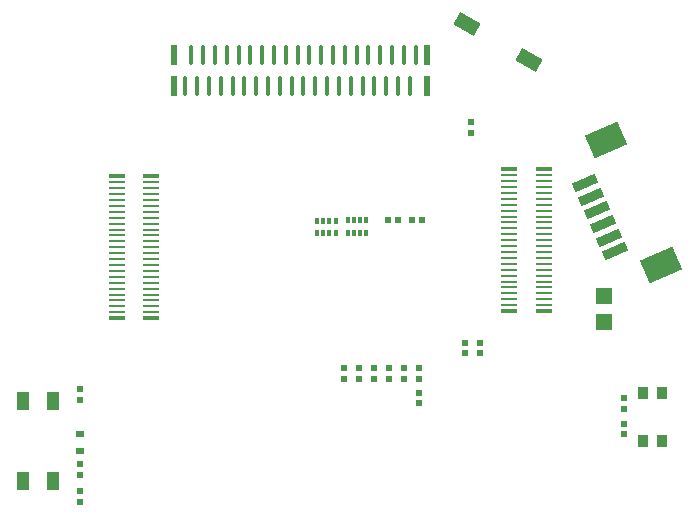
<source format=gtp>
%FSLAX44Y44*%
%MOMM*%
G71*
G01*
G75*
G04 Layer_Color=8421504*
%ADD10R,0.8890X1.0160*%
%ADD11R,0.6000X0.5000*%
%ADD12R,1.3970X1.3970*%
%ADD13R,0.4064X0.5500*%
%ADD14R,0.3048X0.5500*%
G04:AMPARAMS|DCode=15|XSize=0.32mm|YSize=1.7mm|CornerRadius=0.08mm|HoleSize=0mm|Usage=FLASHONLY|Rotation=0.000|XOffset=0mm|YOffset=0mm|HoleType=Round|Shape=RoundedRectangle|*
%AMROUNDEDRECTD15*
21,1,0.3200,1.5400,0,0,0.0*
21,1,0.1600,1.7000,0,0,0.0*
1,1,0.1600,0.0800,-0.7700*
1,1,0.1600,-0.0800,-0.7700*
1,1,0.1600,-0.0800,0.7700*
1,1,0.1600,0.0800,0.7700*
%
%ADD15ROUNDEDRECTD15*%
%ADD16R,0.5000X1.7000*%
%ADD17R,0.5000X0.6000*%
%ADD18R,1.3500X0.3000*%
%ADD19R,1.3500X0.2500*%
G04:AMPARAMS|DCode=20|XSize=2mm|YSize=1.2mm|CornerRadius=0mm|HoleSize=0mm|Usage=FLASHONLY|Rotation=150.000|XOffset=0mm|YOffset=0mm|HoleType=Round|Shape=Rectangle|*
%AMROTATEDRECTD20*
4,1,4,1.1660,0.0196,0.5660,-1.0196,-1.1660,-0.0196,-0.5660,1.0196,1.1660,0.0196,0.0*
%
%ADD20ROTATEDRECTD20*%

G04:AMPARAMS|DCode=21|XSize=2.1mm|YSize=0.8mm|CornerRadius=0mm|HoleSize=0mm|Usage=FLASHONLY|Rotation=203.500|XOffset=0mm|YOffset=0mm|HoleType=Round|Shape=Rectangle|*
%AMROTATEDRECTD21*
4,1,4,0.8034,0.7855,1.1224,0.0519,-0.8034,-0.7855,-1.1224,-0.0519,0.8034,0.7855,0.0*
%
%ADD21ROTATEDRECTD21*%

G04:AMPARAMS|DCode=22|XSize=3mm|YSize=2.1mm|CornerRadius=0mm|HoleSize=0mm|Usage=FLASHONLY|Rotation=203.500|XOffset=0mm|YOffset=0mm|HoleType=Round|Shape=Rectangle|*
%AMROTATEDRECTD22*
4,1,4,0.9569,1.5610,1.7943,-0.3648,-0.9569,-1.5610,-1.7943,0.3648,0.9569,1.5610,0.0*
%
%ADD22ROTATEDRECTD22*%

%ADD23R,1.0000X1.6000*%
%ADD24R,0.7000X0.6000*%
%ADD25C,0.2540*%
%ADD26C,0.3000*%
%ADD27C,0.6000*%
%ADD28C,1.0000*%
%ADD29C,0.5000*%
%ADD30C,0.4000*%
%ADD31C,1.0000*%
%ADD32O,2.0000X0.7500*%
G04:AMPARAMS|DCode=33|XSize=4mm|YSize=4mm|CornerRadius=2mm|HoleSize=0mm|Usage=FLASHONLY|Rotation=0.000|XOffset=0mm|YOffset=0mm|HoleType=Round|Shape=RoundedRectangle|*
%AMROUNDEDRECTD33*
21,1,4.0000,0.0000,0,0,0.0*
21,1,0.0000,4.0000,0,0,0.0*
1,1,4.0000,0.0000,0.0000*
1,1,4.0000,0.0000,0.0000*
1,1,4.0000,0.0000,0.0000*
1,1,4.0000,0.0000,0.0000*
%
%ADD33ROUNDEDRECTD33*%
%ADD34C,0.4500*%
%ADD35R,1.3970X1.3970*%
G04:AMPARAMS|DCode=36|XSize=2mm|YSize=2mm|CornerRadius=0mm|HoleSize=0mm|Usage=FLASHONLY|Rotation=180.000|XOffset=0mm|YOffset=0mm|HoleType=Round|Shape=RoundedRectangle|*
%AMROUNDEDRECTD36*
21,1,2.0000,2.0000,0,0,180.0*
21,1,2.0000,2.0000,0,0,180.0*
1,1,0.0000,-1.0000,1.0000*
1,1,0.0000,1.0000,1.0000*
1,1,0.0000,1.0000,-1.0000*
1,1,0.0000,-1.0000,-1.0000*
%
%ADD36ROUNDEDRECTD36*%
%ADD37R,0.7000X1.6000*%
%ADD38R,1.1000X1.4000*%
%ADD39R,1.6000X1.4000*%
%ADD40R,1.2000X2.2000*%
%ADD41R,3.0000X2.1000*%
%ADD42R,2.1000X0.8000*%
%ADD43R,0.8128X0.8128*%
%ADD44R,1.0668X0.8128*%
%ADD45R,0.8128X0.8128*%
%ADD46R,0.8128X1.0668*%
%ADD47R,1.5200X0.7600*%
%ADD48R,1.8000X2.8000*%
%ADD49R,0.7000X1.4000*%
%ADD50O,0.6096X2.0320*%
%ADD51R,0.6096X2.0320*%
%ADD52R,1.2000X1.8000*%
%ADD53R,2.1500X6.3000*%
%ADD54R,1.6000X1.2000*%
%ADD55R,2.1000X3.0000*%
%ADD56R,0.8000X2.1000*%
%ADD57C,0.8000*%
%ADD58C,0.1200*%
%ADD59C,0.1250*%
D10*
X281051Y-91440D02*
D03*
X265049D02*
D03*
X281051Y-50800D02*
D03*
X265049D02*
D03*
D11*
X248920Y-64003D02*
D03*
Y-55003D02*
D03*
Y-76780D02*
D03*
Y-85780D02*
D03*
X119380Y178490D02*
D03*
Y169490D02*
D03*
X127000Y-17200D02*
D03*
Y-8200D02*
D03*
X114300Y-17200D02*
D03*
Y-8200D02*
D03*
X-212090Y-142930D02*
D03*
Y-133930D02*
D03*
Y-111070D02*
D03*
Y-120070D02*
D03*
Y-56860D02*
D03*
Y-47860D02*
D03*
X49530Y-38790D02*
D03*
Y-29790D02*
D03*
X74930Y-59503D02*
D03*
Y-50503D02*
D03*
X36830Y-38790D02*
D03*
Y-29790D02*
D03*
X24130D02*
D03*
Y-38790D02*
D03*
X74930D02*
D03*
Y-29790D02*
D03*
X11430Y-38790D02*
D03*
Y-29790D02*
D03*
X62230Y-38790D02*
D03*
Y-29790D02*
D03*
D12*
X232007Y31115D02*
D03*
Y9525D02*
D03*
D13*
X4867Y95122D02*
D03*
X-11135D02*
D03*
Y84622D02*
D03*
X4867D02*
D03*
X30861Y95420D02*
D03*
X14859D02*
D03*
Y84920D02*
D03*
X30861D02*
D03*
D14*
X-635Y95122D02*
D03*
X-5634D02*
D03*
Y84622D02*
D03*
X-635D02*
D03*
X25359Y95420D02*
D03*
X20361D02*
D03*
Y84920D02*
D03*
X25359D02*
D03*
D15*
X-122500Y209000D02*
D03*
X-112500D02*
D03*
X-102500D02*
D03*
X-92500D02*
D03*
X-82500D02*
D03*
X-72500D02*
D03*
X-62500D02*
D03*
X-52500D02*
D03*
X-117500Y235000D02*
D03*
X-107500D02*
D03*
X-97500D02*
D03*
X-87500D02*
D03*
X-77500D02*
D03*
X-67500D02*
D03*
X-57500D02*
D03*
X-47500D02*
D03*
X12500D02*
D03*
X2500D02*
D03*
X-7500D02*
D03*
X-17500D02*
D03*
X-27500D02*
D03*
X-37500D02*
D03*
X7500Y209000D02*
D03*
X-2500D02*
D03*
X-12500D02*
D03*
X-22500D02*
D03*
X-32500D02*
D03*
X-42500D02*
D03*
X47500D02*
D03*
X57500D02*
D03*
X67500D02*
D03*
X52500Y235000D02*
D03*
X62500D02*
D03*
X72500D02*
D03*
X42500D02*
D03*
X32500D02*
D03*
X22500D02*
D03*
X37500Y209000D02*
D03*
X27500D02*
D03*
X17500D02*
D03*
D16*
X-132000Y235000D02*
D03*
Y209000D02*
D03*
X82000D02*
D03*
Y235000D02*
D03*
D17*
X48840Y95250D02*
D03*
X57840D02*
D03*
X69160Y95266D02*
D03*
X78160D02*
D03*
D18*
X-151250Y12250D02*
D03*
X-180750D02*
D03*
X-151250Y132750D02*
D03*
X-180750D02*
D03*
X180750Y18250D02*
D03*
X151250D02*
D03*
X180750Y138750D02*
D03*
X151250D02*
D03*
D19*
X-151250Y17500D02*
D03*
X-180750D02*
D03*
X-151250Y22500D02*
D03*
X-180750D02*
D03*
X-151250Y27500D02*
D03*
X-180750D02*
D03*
X-151250Y32500D02*
D03*
X-180750D02*
D03*
X-151250Y37500D02*
D03*
X-180750D02*
D03*
X-151250Y42500D02*
D03*
X-180750D02*
D03*
X-151250Y47500D02*
D03*
X-180750D02*
D03*
X-151250Y52500D02*
D03*
X-180750D02*
D03*
X-151250Y57500D02*
D03*
X-180750D02*
D03*
X-151250Y62500D02*
D03*
X-180750D02*
D03*
X-151250Y67500D02*
D03*
X-180750D02*
D03*
X-151250Y72500D02*
D03*
X-180750D02*
D03*
X-151250Y77500D02*
D03*
X-180750D02*
D03*
X-151250Y82500D02*
D03*
X-180750D02*
D03*
X-151250Y87500D02*
D03*
X-180750D02*
D03*
X-151250Y92500D02*
D03*
X-180750D02*
D03*
X-151250Y97500D02*
D03*
X-180750D02*
D03*
X-151250Y102500D02*
D03*
X-180750D02*
D03*
X-151250Y107500D02*
D03*
X-180750D02*
D03*
X-151250Y112500D02*
D03*
X-180750D02*
D03*
X-151250Y117500D02*
D03*
X-180750D02*
D03*
X-151250Y122500D02*
D03*
X-180750D02*
D03*
X-151250Y127500D02*
D03*
X-180750D02*
D03*
X180750Y23500D02*
D03*
X151250D02*
D03*
X180750Y28500D02*
D03*
X151250D02*
D03*
X180750Y33500D02*
D03*
X151250D02*
D03*
X180750Y38500D02*
D03*
X151250D02*
D03*
X180750Y43500D02*
D03*
X151250D02*
D03*
X180750Y48500D02*
D03*
X151250D02*
D03*
X180750Y53500D02*
D03*
X151250D02*
D03*
X180750Y58500D02*
D03*
X151250D02*
D03*
X180750Y63500D02*
D03*
X151250D02*
D03*
X180750Y68500D02*
D03*
X151250D02*
D03*
X180750Y73500D02*
D03*
X151250D02*
D03*
X180750Y78500D02*
D03*
X151250D02*
D03*
X180750Y83500D02*
D03*
X151250D02*
D03*
X180750Y88500D02*
D03*
X151250D02*
D03*
X180750Y93500D02*
D03*
X151250D02*
D03*
X180750Y98500D02*
D03*
X151250D02*
D03*
X180750Y103500D02*
D03*
X151250D02*
D03*
X180750Y108500D02*
D03*
X151250D02*
D03*
X180750Y113500D02*
D03*
X151250D02*
D03*
X180750Y118500D02*
D03*
X151250D02*
D03*
X180750Y123500D02*
D03*
X151250D02*
D03*
X180750Y128500D02*
D03*
X151250D02*
D03*
X180750Y133500D02*
D03*
X151250D02*
D03*
D20*
X116259Y261380D02*
D03*
X168221Y231380D02*
D03*
D21*
X225863Y103691D02*
D03*
X230848Y92228D02*
D03*
X240896Y69118D02*
D03*
X235912Y80581D02*
D03*
X220799Y115338D02*
D03*
X215815Y126801D02*
D03*
D22*
X279792Y57406D02*
D03*
X233777Y163235D02*
D03*
D23*
X-234950Y-57440D02*
D03*
X-260350D02*
D03*
X-260350Y-125440D02*
D03*
X-234950D02*
D03*
D24*
X-212090Y-99721D02*
D03*
Y-85521D02*
D03*
M02*

</source>
